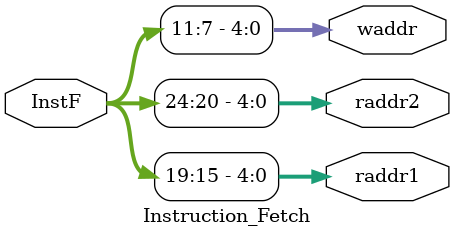
<source format=sv>
module Instruction_Fetch (
    input logic [31:0] InstF,
    output logic [4:0] raddr1,raddr2,waddr
);

always_comb begin
        raddr1 = InstF [19:15];
        raddr2 = InstF [24:20];
        waddr  = InstF [11:7];  
end
endmodule
</source>
